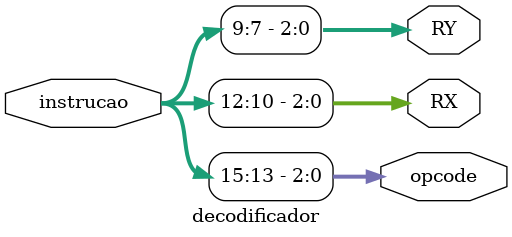
<source format=v>
module decodificador (
    input [15:0] instrucao,
    output wire [2:0] opcode,
    output wire [2:0] RX,
    output wire [2:0] RY
);

    assign opcode = instrucao [15:13];
    assign RX = instrucao [12:10];
    assign RY = instrucao [9:7];

endmodule
</source>
